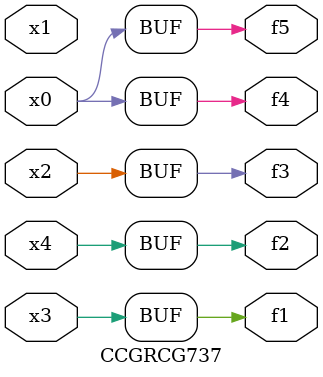
<source format=v>
module CCGRCG737(
	input x0, x1, x2, x3, x4,
	output f1, f2, f3, f4, f5
);
	assign f1 = x3;
	assign f2 = x4;
	assign f3 = x2;
	assign f4 = x0;
	assign f5 = x0;
endmodule

</source>
